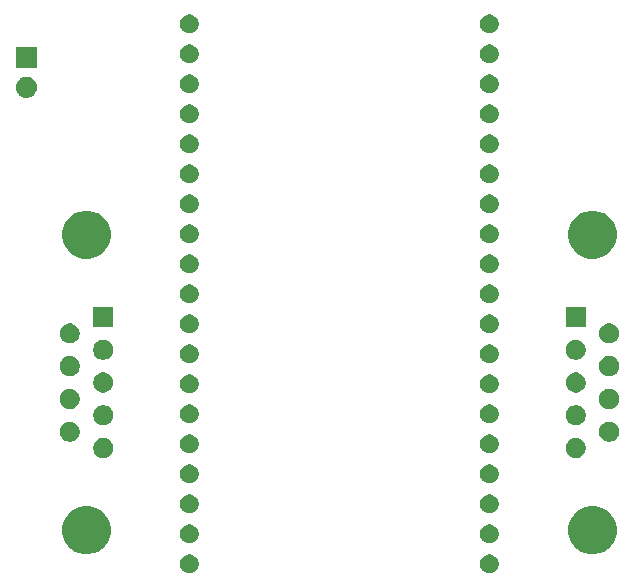
<source format=gbr>
G04 #@! TF.GenerationSoftware,KiCad,Pcbnew,5.0.2-bee76a0~70~ubuntu18.04.1*
G04 #@! TF.CreationDate,2020-08-17T12:22:27+12:00*
G04 #@! TF.ProjectId,Wireless232,57697265-6c65-4737-9332-33322e6b6963,rev?*
G04 #@! TF.SameCoordinates,Original*
G04 #@! TF.FileFunction,Soldermask,Top*
G04 #@! TF.FilePolarity,Negative*
%FSLAX46Y46*%
G04 Gerber Fmt 4.6, Leading zero omitted, Abs format (unit mm)*
G04 Created by KiCad (PCBNEW 5.0.2-bee76a0~70~ubuntu18.04.1) date Mon 17 Aug 2020 12:22:27 NZST*
%MOMM*%
%LPD*%
G01*
G04 APERTURE LIST*
%ADD10C,0.100000*%
G04 APERTURE END LIST*
D10*
G36*
X137933643Y-108129781D02*
X138079415Y-108190162D01*
X138210611Y-108277824D01*
X138322176Y-108389389D01*
X138409838Y-108520585D01*
X138470219Y-108666357D01*
X138501000Y-108821107D01*
X138501000Y-108978893D01*
X138470219Y-109133643D01*
X138409838Y-109279415D01*
X138322176Y-109410611D01*
X138210611Y-109522176D01*
X138079415Y-109609838D01*
X137933643Y-109670219D01*
X137778893Y-109701000D01*
X137621107Y-109701000D01*
X137466357Y-109670219D01*
X137320585Y-109609838D01*
X137189389Y-109522176D01*
X137077824Y-109410611D01*
X136990162Y-109279415D01*
X136929781Y-109133643D01*
X136899000Y-108978893D01*
X136899000Y-108821107D01*
X136929781Y-108666357D01*
X136990162Y-108520585D01*
X137077824Y-108389389D01*
X137189389Y-108277824D01*
X137320585Y-108190162D01*
X137466357Y-108129781D01*
X137621107Y-108099000D01*
X137778893Y-108099000D01*
X137933643Y-108129781D01*
X137933643Y-108129781D01*
G37*
G36*
X112533643Y-108129781D02*
X112679415Y-108190162D01*
X112810611Y-108277824D01*
X112922176Y-108389389D01*
X113009838Y-108520585D01*
X113070219Y-108666357D01*
X113101000Y-108821107D01*
X113101000Y-108978893D01*
X113070219Y-109133643D01*
X113009838Y-109279415D01*
X112922176Y-109410611D01*
X112810611Y-109522176D01*
X112679415Y-109609838D01*
X112533643Y-109670219D01*
X112378893Y-109701000D01*
X112221107Y-109701000D01*
X112066357Y-109670219D01*
X111920585Y-109609838D01*
X111789389Y-109522176D01*
X111677824Y-109410611D01*
X111590162Y-109279415D01*
X111529781Y-109133643D01*
X111499000Y-108978893D01*
X111499000Y-108821107D01*
X111529781Y-108666357D01*
X111590162Y-108520585D01*
X111677824Y-108389389D01*
X111789389Y-108277824D01*
X111920585Y-108190162D01*
X112066357Y-108129781D01*
X112221107Y-108099000D01*
X112378893Y-108099000D01*
X112533643Y-108129781D01*
X112533643Y-108129781D01*
G37*
G36*
X147018252Y-104067818D02*
X147018254Y-104067819D01*
X147018255Y-104067819D01*
X147391513Y-104222427D01*
X147391514Y-104222428D01*
X147727439Y-104446886D01*
X148013114Y-104732561D01*
X148013116Y-104732564D01*
X148237573Y-105068487D01*
X148392181Y-105441745D01*
X148392182Y-105441748D01*
X148471000Y-105837993D01*
X148471000Y-106242007D01*
X148463223Y-106281107D01*
X148392181Y-106638255D01*
X148237573Y-107011513D01*
X148158256Y-107130219D01*
X148013114Y-107347439D01*
X147727439Y-107633114D01*
X147727436Y-107633116D01*
X147391513Y-107857573D01*
X147018255Y-108012181D01*
X147018254Y-108012181D01*
X147018252Y-108012182D01*
X146622007Y-108091000D01*
X146217993Y-108091000D01*
X145821748Y-108012182D01*
X145821746Y-108012181D01*
X145821745Y-108012181D01*
X145448487Y-107857573D01*
X145112564Y-107633116D01*
X145112561Y-107633114D01*
X144826886Y-107347439D01*
X144681744Y-107130219D01*
X144602427Y-107011513D01*
X144447819Y-106638255D01*
X144376778Y-106281107D01*
X144369000Y-106242007D01*
X144369000Y-105837993D01*
X144447818Y-105441748D01*
X144447819Y-105441745D01*
X144602427Y-105068487D01*
X144826884Y-104732564D01*
X144826886Y-104732561D01*
X145112561Y-104446886D01*
X145448486Y-104222428D01*
X145448487Y-104222427D01*
X145821745Y-104067819D01*
X145821746Y-104067819D01*
X145821748Y-104067818D01*
X146217993Y-103989000D01*
X146622007Y-103989000D01*
X147018252Y-104067818D01*
X147018252Y-104067818D01*
G37*
G36*
X104178252Y-104067818D02*
X104178254Y-104067819D01*
X104178255Y-104067819D01*
X104551513Y-104222427D01*
X104551514Y-104222428D01*
X104887439Y-104446886D01*
X105173114Y-104732561D01*
X105173116Y-104732564D01*
X105397573Y-105068487D01*
X105552181Y-105441745D01*
X105552182Y-105441748D01*
X105631000Y-105837993D01*
X105631000Y-106242007D01*
X105623223Y-106281107D01*
X105552181Y-106638255D01*
X105397573Y-107011513D01*
X105318256Y-107130219D01*
X105173114Y-107347439D01*
X104887439Y-107633114D01*
X104887436Y-107633116D01*
X104551513Y-107857573D01*
X104178255Y-108012181D01*
X104178254Y-108012181D01*
X104178252Y-108012182D01*
X103782007Y-108091000D01*
X103377993Y-108091000D01*
X102981748Y-108012182D01*
X102981746Y-108012181D01*
X102981745Y-108012181D01*
X102608487Y-107857573D01*
X102272564Y-107633116D01*
X102272561Y-107633114D01*
X101986886Y-107347439D01*
X101841744Y-107130219D01*
X101762427Y-107011513D01*
X101607819Y-106638255D01*
X101536778Y-106281107D01*
X101529000Y-106242007D01*
X101529000Y-105837993D01*
X101607818Y-105441748D01*
X101607819Y-105441745D01*
X101762427Y-105068487D01*
X101986884Y-104732564D01*
X101986886Y-104732561D01*
X102272561Y-104446886D01*
X102608486Y-104222428D01*
X102608487Y-104222427D01*
X102981745Y-104067819D01*
X102981746Y-104067819D01*
X102981748Y-104067818D01*
X103377993Y-103989000D01*
X103782007Y-103989000D01*
X104178252Y-104067818D01*
X104178252Y-104067818D01*
G37*
G36*
X112533643Y-105589781D02*
X112679415Y-105650162D01*
X112810611Y-105737824D01*
X112922176Y-105849389D01*
X113009838Y-105980585D01*
X113070219Y-106126357D01*
X113101000Y-106281107D01*
X113101000Y-106438893D01*
X113070219Y-106593643D01*
X113009838Y-106739415D01*
X112922176Y-106870611D01*
X112810611Y-106982176D01*
X112679415Y-107069838D01*
X112533643Y-107130219D01*
X112378893Y-107161000D01*
X112221107Y-107161000D01*
X112066357Y-107130219D01*
X111920585Y-107069838D01*
X111789389Y-106982176D01*
X111677824Y-106870611D01*
X111590162Y-106739415D01*
X111529781Y-106593643D01*
X111499000Y-106438893D01*
X111499000Y-106281107D01*
X111529781Y-106126357D01*
X111590162Y-105980585D01*
X111677824Y-105849389D01*
X111789389Y-105737824D01*
X111920585Y-105650162D01*
X112066357Y-105589781D01*
X112221107Y-105559000D01*
X112378893Y-105559000D01*
X112533643Y-105589781D01*
X112533643Y-105589781D01*
G37*
G36*
X137933643Y-105589781D02*
X138079415Y-105650162D01*
X138210611Y-105737824D01*
X138322176Y-105849389D01*
X138409838Y-105980585D01*
X138470219Y-106126357D01*
X138501000Y-106281107D01*
X138501000Y-106438893D01*
X138470219Y-106593643D01*
X138409838Y-106739415D01*
X138322176Y-106870611D01*
X138210611Y-106982176D01*
X138079415Y-107069838D01*
X137933643Y-107130219D01*
X137778893Y-107161000D01*
X137621107Y-107161000D01*
X137466357Y-107130219D01*
X137320585Y-107069838D01*
X137189389Y-106982176D01*
X137077824Y-106870611D01*
X136990162Y-106739415D01*
X136929781Y-106593643D01*
X136899000Y-106438893D01*
X136899000Y-106281107D01*
X136929781Y-106126357D01*
X136990162Y-105980585D01*
X137077824Y-105849389D01*
X137189389Y-105737824D01*
X137320585Y-105650162D01*
X137466357Y-105589781D01*
X137621107Y-105559000D01*
X137778893Y-105559000D01*
X137933643Y-105589781D01*
X137933643Y-105589781D01*
G37*
G36*
X137933643Y-103049781D02*
X138079415Y-103110162D01*
X138210611Y-103197824D01*
X138322176Y-103309389D01*
X138409838Y-103440585D01*
X138470219Y-103586357D01*
X138501000Y-103741107D01*
X138501000Y-103898893D01*
X138470219Y-104053643D01*
X138409838Y-104199415D01*
X138322176Y-104330611D01*
X138210611Y-104442176D01*
X138079415Y-104529838D01*
X137933643Y-104590219D01*
X137778893Y-104621000D01*
X137621107Y-104621000D01*
X137466357Y-104590219D01*
X137320585Y-104529838D01*
X137189389Y-104442176D01*
X137077824Y-104330611D01*
X136990162Y-104199415D01*
X136929781Y-104053643D01*
X136899000Y-103898893D01*
X136899000Y-103741107D01*
X136929781Y-103586357D01*
X136990162Y-103440585D01*
X137077824Y-103309389D01*
X137189389Y-103197824D01*
X137320585Y-103110162D01*
X137466357Y-103049781D01*
X137621107Y-103019000D01*
X137778893Y-103019000D01*
X137933643Y-103049781D01*
X137933643Y-103049781D01*
G37*
G36*
X112533643Y-103049781D02*
X112679415Y-103110162D01*
X112810611Y-103197824D01*
X112922176Y-103309389D01*
X113009838Y-103440585D01*
X113070219Y-103586357D01*
X113101000Y-103741107D01*
X113101000Y-103898893D01*
X113070219Y-104053643D01*
X113009838Y-104199415D01*
X112922176Y-104330611D01*
X112810611Y-104442176D01*
X112679415Y-104529838D01*
X112533643Y-104590219D01*
X112378893Y-104621000D01*
X112221107Y-104621000D01*
X112066357Y-104590219D01*
X111920585Y-104529838D01*
X111789389Y-104442176D01*
X111677824Y-104330611D01*
X111590162Y-104199415D01*
X111529781Y-104053643D01*
X111499000Y-103898893D01*
X111499000Y-103741107D01*
X111529781Y-103586357D01*
X111590162Y-103440585D01*
X111677824Y-103309389D01*
X111789389Y-103197824D01*
X111920585Y-103110162D01*
X112066357Y-103049781D01*
X112221107Y-103019000D01*
X112378893Y-103019000D01*
X112533643Y-103049781D01*
X112533643Y-103049781D01*
G37*
G36*
X112533643Y-100509781D02*
X112679415Y-100570162D01*
X112810611Y-100657824D01*
X112922176Y-100769389D01*
X113009838Y-100900585D01*
X113070219Y-101046357D01*
X113101000Y-101201107D01*
X113101000Y-101358893D01*
X113070219Y-101513643D01*
X113009838Y-101659415D01*
X112922176Y-101790611D01*
X112810611Y-101902176D01*
X112679415Y-101989838D01*
X112533643Y-102050219D01*
X112378893Y-102081000D01*
X112221107Y-102081000D01*
X112066357Y-102050219D01*
X111920585Y-101989838D01*
X111789389Y-101902176D01*
X111677824Y-101790611D01*
X111590162Y-101659415D01*
X111529781Y-101513643D01*
X111499000Y-101358893D01*
X111499000Y-101201107D01*
X111529781Y-101046357D01*
X111590162Y-100900585D01*
X111677824Y-100769389D01*
X111789389Y-100657824D01*
X111920585Y-100570162D01*
X112066357Y-100509781D01*
X112221107Y-100479000D01*
X112378893Y-100479000D01*
X112533643Y-100509781D01*
X112533643Y-100509781D01*
G37*
G36*
X137933643Y-100509781D02*
X138079415Y-100570162D01*
X138210611Y-100657824D01*
X138322176Y-100769389D01*
X138409838Y-100900585D01*
X138470219Y-101046357D01*
X138501000Y-101201107D01*
X138501000Y-101358893D01*
X138470219Y-101513643D01*
X138409838Y-101659415D01*
X138322176Y-101790611D01*
X138210611Y-101902176D01*
X138079415Y-101989838D01*
X137933643Y-102050219D01*
X137778893Y-102081000D01*
X137621107Y-102081000D01*
X137466357Y-102050219D01*
X137320585Y-101989838D01*
X137189389Y-101902176D01*
X137077824Y-101790611D01*
X136990162Y-101659415D01*
X136929781Y-101513643D01*
X136899000Y-101358893D01*
X136899000Y-101201107D01*
X136929781Y-101046357D01*
X136990162Y-100900585D01*
X137077824Y-100769389D01*
X137189389Y-100657824D01*
X137320585Y-100570162D01*
X137466357Y-100509781D01*
X137621107Y-100479000D01*
X137778893Y-100479000D01*
X137933643Y-100509781D01*
X137933643Y-100509781D01*
G37*
G36*
X105248228Y-98261703D02*
X105403100Y-98325853D01*
X105542481Y-98418985D01*
X105661015Y-98537519D01*
X105754147Y-98676900D01*
X105818297Y-98831772D01*
X105851000Y-98996184D01*
X105851000Y-99163816D01*
X105818297Y-99328228D01*
X105754147Y-99483100D01*
X105661015Y-99622481D01*
X105542481Y-99741015D01*
X105403100Y-99834147D01*
X105248228Y-99898297D01*
X105083816Y-99931000D01*
X104916184Y-99931000D01*
X104751772Y-99898297D01*
X104596900Y-99834147D01*
X104457519Y-99741015D01*
X104338985Y-99622481D01*
X104245853Y-99483100D01*
X104181703Y-99328228D01*
X104149000Y-99163816D01*
X104149000Y-98996184D01*
X104181703Y-98831772D01*
X104245853Y-98676900D01*
X104338985Y-98537519D01*
X104457519Y-98418985D01*
X104596900Y-98325853D01*
X104751772Y-98261703D01*
X104916184Y-98229000D01*
X105083816Y-98229000D01*
X105248228Y-98261703D01*
X105248228Y-98261703D01*
G37*
G36*
X145248228Y-98261703D02*
X145403100Y-98325853D01*
X145542481Y-98418985D01*
X145661015Y-98537519D01*
X145754147Y-98676900D01*
X145818297Y-98831772D01*
X145851000Y-98996184D01*
X145851000Y-99163816D01*
X145818297Y-99328228D01*
X145754147Y-99483100D01*
X145661015Y-99622481D01*
X145542481Y-99741015D01*
X145403100Y-99834147D01*
X145248228Y-99898297D01*
X145083816Y-99931000D01*
X144916184Y-99931000D01*
X144751772Y-99898297D01*
X144596900Y-99834147D01*
X144457519Y-99741015D01*
X144338985Y-99622481D01*
X144245853Y-99483100D01*
X144181703Y-99328228D01*
X144149000Y-99163816D01*
X144149000Y-98996184D01*
X144181703Y-98831772D01*
X144245853Y-98676900D01*
X144338985Y-98537519D01*
X144457519Y-98418985D01*
X144596900Y-98325853D01*
X144751772Y-98261703D01*
X144916184Y-98229000D01*
X145083816Y-98229000D01*
X145248228Y-98261703D01*
X145248228Y-98261703D01*
G37*
G36*
X112533643Y-97969781D02*
X112679415Y-98030162D01*
X112810611Y-98117824D01*
X112922176Y-98229389D01*
X113009838Y-98360585D01*
X113070219Y-98506357D01*
X113101000Y-98661107D01*
X113101000Y-98818893D01*
X113070219Y-98973643D01*
X113009838Y-99119415D01*
X112922176Y-99250611D01*
X112810611Y-99362176D01*
X112679415Y-99449838D01*
X112533643Y-99510219D01*
X112378893Y-99541000D01*
X112221107Y-99541000D01*
X112066357Y-99510219D01*
X111920585Y-99449838D01*
X111789389Y-99362176D01*
X111677824Y-99250611D01*
X111590162Y-99119415D01*
X111529781Y-98973643D01*
X111499000Y-98818893D01*
X111499000Y-98661107D01*
X111529781Y-98506357D01*
X111590162Y-98360585D01*
X111677824Y-98229389D01*
X111789389Y-98117824D01*
X111920585Y-98030162D01*
X112066357Y-97969781D01*
X112221107Y-97939000D01*
X112378893Y-97939000D01*
X112533643Y-97969781D01*
X112533643Y-97969781D01*
G37*
G36*
X137933643Y-97969781D02*
X138079415Y-98030162D01*
X138210611Y-98117824D01*
X138322176Y-98229389D01*
X138409838Y-98360585D01*
X138470219Y-98506357D01*
X138501000Y-98661107D01*
X138501000Y-98818893D01*
X138470219Y-98973643D01*
X138409838Y-99119415D01*
X138322176Y-99250611D01*
X138210611Y-99362176D01*
X138079415Y-99449838D01*
X137933643Y-99510219D01*
X137778893Y-99541000D01*
X137621107Y-99541000D01*
X137466357Y-99510219D01*
X137320585Y-99449838D01*
X137189389Y-99362176D01*
X137077824Y-99250611D01*
X136990162Y-99119415D01*
X136929781Y-98973643D01*
X136899000Y-98818893D01*
X136899000Y-98661107D01*
X136929781Y-98506357D01*
X136990162Y-98360585D01*
X137077824Y-98229389D01*
X137189389Y-98117824D01*
X137320585Y-98030162D01*
X137466357Y-97969781D01*
X137621107Y-97939000D01*
X137778893Y-97939000D01*
X137933643Y-97969781D01*
X137933643Y-97969781D01*
G37*
G36*
X102408228Y-96876703D02*
X102563100Y-96940853D01*
X102702481Y-97033985D01*
X102821015Y-97152519D01*
X102914147Y-97291900D01*
X102978297Y-97446772D01*
X103011000Y-97611184D01*
X103011000Y-97778816D01*
X102978297Y-97943228D01*
X102914147Y-98098100D01*
X102821015Y-98237481D01*
X102702481Y-98356015D01*
X102563100Y-98449147D01*
X102408228Y-98513297D01*
X102243816Y-98546000D01*
X102076184Y-98546000D01*
X101911772Y-98513297D01*
X101756900Y-98449147D01*
X101617519Y-98356015D01*
X101498985Y-98237481D01*
X101405853Y-98098100D01*
X101341703Y-97943228D01*
X101309000Y-97778816D01*
X101309000Y-97611184D01*
X101341703Y-97446772D01*
X101405853Y-97291900D01*
X101498985Y-97152519D01*
X101617519Y-97033985D01*
X101756900Y-96940853D01*
X101911772Y-96876703D01*
X102076184Y-96844000D01*
X102243816Y-96844000D01*
X102408228Y-96876703D01*
X102408228Y-96876703D01*
G37*
G36*
X148088228Y-96876703D02*
X148243100Y-96940853D01*
X148382481Y-97033985D01*
X148501015Y-97152519D01*
X148594147Y-97291900D01*
X148658297Y-97446772D01*
X148691000Y-97611184D01*
X148691000Y-97778816D01*
X148658297Y-97943228D01*
X148594147Y-98098100D01*
X148501015Y-98237481D01*
X148382481Y-98356015D01*
X148243100Y-98449147D01*
X148088228Y-98513297D01*
X147923816Y-98546000D01*
X147756184Y-98546000D01*
X147591772Y-98513297D01*
X147436900Y-98449147D01*
X147297519Y-98356015D01*
X147178985Y-98237481D01*
X147085853Y-98098100D01*
X147021703Y-97943228D01*
X146989000Y-97778816D01*
X146989000Y-97611184D01*
X147021703Y-97446772D01*
X147085853Y-97291900D01*
X147178985Y-97152519D01*
X147297519Y-97033985D01*
X147436900Y-96940853D01*
X147591772Y-96876703D01*
X147756184Y-96844000D01*
X147923816Y-96844000D01*
X148088228Y-96876703D01*
X148088228Y-96876703D01*
G37*
G36*
X105248228Y-95491703D02*
X105403100Y-95555853D01*
X105542481Y-95648985D01*
X105661015Y-95767519D01*
X105754147Y-95906900D01*
X105818297Y-96061772D01*
X105851000Y-96226184D01*
X105851000Y-96393816D01*
X105818297Y-96558228D01*
X105754147Y-96713100D01*
X105661015Y-96852481D01*
X105542481Y-96971015D01*
X105403100Y-97064147D01*
X105248228Y-97128297D01*
X105083816Y-97161000D01*
X104916184Y-97161000D01*
X104751772Y-97128297D01*
X104596900Y-97064147D01*
X104457519Y-96971015D01*
X104338985Y-96852481D01*
X104245853Y-96713100D01*
X104181703Y-96558228D01*
X104149000Y-96393816D01*
X104149000Y-96226184D01*
X104181703Y-96061772D01*
X104245853Y-95906900D01*
X104338985Y-95767519D01*
X104457519Y-95648985D01*
X104596900Y-95555853D01*
X104751772Y-95491703D01*
X104916184Y-95459000D01*
X105083816Y-95459000D01*
X105248228Y-95491703D01*
X105248228Y-95491703D01*
G37*
G36*
X145248228Y-95491703D02*
X145403100Y-95555853D01*
X145542481Y-95648985D01*
X145661015Y-95767519D01*
X145754147Y-95906900D01*
X145818297Y-96061772D01*
X145851000Y-96226184D01*
X145851000Y-96393816D01*
X145818297Y-96558228D01*
X145754147Y-96713100D01*
X145661015Y-96852481D01*
X145542481Y-96971015D01*
X145403100Y-97064147D01*
X145248228Y-97128297D01*
X145083816Y-97161000D01*
X144916184Y-97161000D01*
X144751772Y-97128297D01*
X144596900Y-97064147D01*
X144457519Y-96971015D01*
X144338985Y-96852481D01*
X144245853Y-96713100D01*
X144181703Y-96558228D01*
X144149000Y-96393816D01*
X144149000Y-96226184D01*
X144181703Y-96061772D01*
X144245853Y-95906900D01*
X144338985Y-95767519D01*
X144457519Y-95648985D01*
X144596900Y-95555853D01*
X144751772Y-95491703D01*
X144916184Y-95459000D01*
X145083816Y-95459000D01*
X145248228Y-95491703D01*
X145248228Y-95491703D01*
G37*
G36*
X112533643Y-95429781D02*
X112679415Y-95490162D01*
X112810611Y-95577824D01*
X112922176Y-95689389D01*
X113009838Y-95820585D01*
X113070219Y-95966357D01*
X113101000Y-96121107D01*
X113101000Y-96278893D01*
X113070219Y-96433643D01*
X113009838Y-96579415D01*
X112922176Y-96710611D01*
X112810611Y-96822176D01*
X112679415Y-96909838D01*
X112533643Y-96970219D01*
X112378893Y-97001000D01*
X112221107Y-97001000D01*
X112066357Y-96970219D01*
X111920585Y-96909838D01*
X111789389Y-96822176D01*
X111677824Y-96710611D01*
X111590162Y-96579415D01*
X111529781Y-96433643D01*
X111499000Y-96278893D01*
X111499000Y-96121107D01*
X111529781Y-95966357D01*
X111590162Y-95820585D01*
X111677824Y-95689389D01*
X111789389Y-95577824D01*
X111920585Y-95490162D01*
X112066357Y-95429781D01*
X112221107Y-95399000D01*
X112378893Y-95399000D01*
X112533643Y-95429781D01*
X112533643Y-95429781D01*
G37*
G36*
X137933643Y-95429781D02*
X138079415Y-95490162D01*
X138210611Y-95577824D01*
X138322176Y-95689389D01*
X138409838Y-95820585D01*
X138470219Y-95966357D01*
X138501000Y-96121107D01*
X138501000Y-96278893D01*
X138470219Y-96433643D01*
X138409838Y-96579415D01*
X138322176Y-96710611D01*
X138210611Y-96822176D01*
X138079415Y-96909838D01*
X137933643Y-96970219D01*
X137778893Y-97001000D01*
X137621107Y-97001000D01*
X137466357Y-96970219D01*
X137320585Y-96909838D01*
X137189389Y-96822176D01*
X137077824Y-96710611D01*
X136990162Y-96579415D01*
X136929781Y-96433643D01*
X136899000Y-96278893D01*
X136899000Y-96121107D01*
X136929781Y-95966357D01*
X136990162Y-95820585D01*
X137077824Y-95689389D01*
X137189389Y-95577824D01*
X137320585Y-95490162D01*
X137466357Y-95429781D01*
X137621107Y-95399000D01*
X137778893Y-95399000D01*
X137933643Y-95429781D01*
X137933643Y-95429781D01*
G37*
G36*
X102408228Y-94106703D02*
X102563100Y-94170853D01*
X102702481Y-94263985D01*
X102821015Y-94382519D01*
X102914147Y-94521900D01*
X102978297Y-94676772D01*
X103011000Y-94841184D01*
X103011000Y-95008816D01*
X102978297Y-95173228D01*
X102914147Y-95328100D01*
X102821015Y-95467481D01*
X102702481Y-95586015D01*
X102563100Y-95679147D01*
X102408228Y-95743297D01*
X102243816Y-95776000D01*
X102076184Y-95776000D01*
X101911772Y-95743297D01*
X101756900Y-95679147D01*
X101617519Y-95586015D01*
X101498985Y-95467481D01*
X101405853Y-95328100D01*
X101341703Y-95173228D01*
X101309000Y-95008816D01*
X101309000Y-94841184D01*
X101341703Y-94676772D01*
X101405853Y-94521900D01*
X101498985Y-94382519D01*
X101617519Y-94263985D01*
X101756900Y-94170853D01*
X101911772Y-94106703D01*
X102076184Y-94074000D01*
X102243816Y-94074000D01*
X102408228Y-94106703D01*
X102408228Y-94106703D01*
G37*
G36*
X148088228Y-94106703D02*
X148243100Y-94170853D01*
X148382481Y-94263985D01*
X148501015Y-94382519D01*
X148594147Y-94521900D01*
X148658297Y-94676772D01*
X148691000Y-94841184D01*
X148691000Y-95008816D01*
X148658297Y-95173228D01*
X148594147Y-95328100D01*
X148501015Y-95467481D01*
X148382481Y-95586015D01*
X148243100Y-95679147D01*
X148088228Y-95743297D01*
X147923816Y-95776000D01*
X147756184Y-95776000D01*
X147591772Y-95743297D01*
X147436900Y-95679147D01*
X147297519Y-95586015D01*
X147178985Y-95467481D01*
X147085853Y-95328100D01*
X147021703Y-95173228D01*
X146989000Y-95008816D01*
X146989000Y-94841184D01*
X147021703Y-94676772D01*
X147085853Y-94521900D01*
X147178985Y-94382519D01*
X147297519Y-94263985D01*
X147436900Y-94170853D01*
X147591772Y-94106703D01*
X147756184Y-94074000D01*
X147923816Y-94074000D01*
X148088228Y-94106703D01*
X148088228Y-94106703D01*
G37*
G36*
X137933643Y-92889781D02*
X138079415Y-92950162D01*
X138210611Y-93037824D01*
X138322176Y-93149389D01*
X138409838Y-93280585D01*
X138470219Y-93426357D01*
X138501000Y-93581107D01*
X138501000Y-93738893D01*
X138470219Y-93893643D01*
X138409838Y-94039415D01*
X138322176Y-94170611D01*
X138210611Y-94282176D01*
X138079415Y-94369838D01*
X137933643Y-94430219D01*
X137778893Y-94461000D01*
X137621107Y-94461000D01*
X137466357Y-94430219D01*
X137320585Y-94369838D01*
X137189389Y-94282176D01*
X137077824Y-94170611D01*
X136990162Y-94039415D01*
X136929781Y-93893643D01*
X136899000Y-93738893D01*
X136899000Y-93581107D01*
X136929781Y-93426357D01*
X136990162Y-93280585D01*
X137077824Y-93149389D01*
X137189389Y-93037824D01*
X137320585Y-92950162D01*
X137466357Y-92889781D01*
X137621107Y-92859000D01*
X137778893Y-92859000D01*
X137933643Y-92889781D01*
X137933643Y-92889781D01*
G37*
G36*
X112533643Y-92889781D02*
X112679415Y-92950162D01*
X112810611Y-93037824D01*
X112922176Y-93149389D01*
X113009838Y-93280585D01*
X113070219Y-93426357D01*
X113101000Y-93581107D01*
X113101000Y-93738893D01*
X113070219Y-93893643D01*
X113009838Y-94039415D01*
X112922176Y-94170611D01*
X112810611Y-94282176D01*
X112679415Y-94369838D01*
X112533643Y-94430219D01*
X112378893Y-94461000D01*
X112221107Y-94461000D01*
X112066357Y-94430219D01*
X111920585Y-94369838D01*
X111789389Y-94282176D01*
X111677824Y-94170611D01*
X111590162Y-94039415D01*
X111529781Y-93893643D01*
X111499000Y-93738893D01*
X111499000Y-93581107D01*
X111529781Y-93426357D01*
X111590162Y-93280585D01*
X111677824Y-93149389D01*
X111789389Y-93037824D01*
X111920585Y-92950162D01*
X112066357Y-92889781D01*
X112221107Y-92859000D01*
X112378893Y-92859000D01*
X112533643Y-92889781D01*
X112533643Y-92889781D01*
G37*
G36*
X145248228Y-92721703D02*
X145403100Y-92785853D01*
X145542481Y-92878985D01*
X145661015Y-92997519D01*
X145754147Y-93136900D01*
X145818297Y-93291772D01*
X145851000Y-93456184D01*
X145851000Y-93623816D01*
X145818297Y-93788228D01*
X145754147Y-93943100D01*
X145661015Y-94082481D01*
X145542481Y-94201015D01*
X145403100Y-94294147D01*
X145248228Y-94358297D01*
X145083816Y-94391000D01*
X144916184Y-94391000D01*
X144751772Y-94358297D01*
X144596900Y-94294147D01*
X144457519Y-94201015D01*
X144338985Y-94082481D01*
X144245853Y-93943100D01*
X144181703Y-93788228D01*
X144149000Y-93623816D01*
X144149000Y-93456184D01*
X144181703Y-93291772D01*
X144245853Y-93136900D01*
X144338985Y-92997519D01*
X144457519Y-92878985D01*
X144596900Y-92785853D01*
X144751772Y-92721703D01*
X144916184Y-92689000D01*
X145083816Y-92689000D01*
X145248228Y-92721703D01*
X145248228Y-92721703D01*
G37*
G36*
X105248228Y-92721703D02*
X105403100Y-92785853D01*
X105542481Y-92878985D01*
X105661015Y-92997519D01*
X105754147Y-93136900D01*
X105818297Y-93291772D01*
X105851000Y-93456184D01*
X105851000Y-93623816D01*
X105818297Y-93788228D01*
X105754147Y-93943100D01*
X105661015Y-94082481D01*
X105542481Y-94201015D01*
X105403100Y-94294147D01*
X105248228Y-94358297D01*
X105083816Y-94391000D01*
X104916184Y-94391000D01*
X104751772Y-94358297D01*
X104596900Y-94294147D01*
X104457519Y-94201015D01*
X104338985Y-94082481D01*
X104245853Y-93943100D01*
X104181703Y-93788228D01*
X104149000Y-93623816D01*
X104149000Y-93456184D01*
X104181703Y-93291772D01*
X104245853Y-93136900D01*
X104338985Y-92997519D01*
X104457519Y-92878985D01*
X104596900Y-92785853D01*
X104751772Y-92721703D01*
X104916184Y-92689000D01*
X105083816Y-92689000D01*
X105248228Y-92721703D01*
X105248228Y-92721703D01*
G37*
G36*
X102408228Y-91336703D02*
X102563100Y-91400853D01*
X102702481Y-91493985D01*
X102821015Y-91612519D01*
X102914147Y-91751900D01*
X102978297Y-91906772D01*
X103011000Y-92071184D01*
X103011000Y-92238816D01*
X102978297Y-92403228D01*
X102914147Y-92558100D01*
X102821015Y-92697481D01*
X102702481Y-92816015D01*
X102563100Y-92909147D01*
X102408228Y-92973297D01*
X102243816Y-93006000D01*
X102076184Y-93006000D01*
X101911772Y-92973297D01*
X101756900Y-92909147D01*
X101617519Y-92816015D01*
X101498985Y-92697481D01*
X101405853Y-92558100D01*
X101341703Y-92403228D01*
X101309000Y-92238816D01*
X101309000Y-92071184D01*
X101341703Y-91906772D01*
X101405853Y-91751900D01*
X101498985Y-91612519D01*
X101617519Y-91493985D01*
X101756900Y-91400853D01*
X101911772Y-91336703D01*
X102076184Y-91304000D01*
X102243816Y-91304000D01*
X102408228Y-91336703D01*
X102408228Y-91336703D01*
G37*
G36*
X148088228Y-91336703D02*
X148243100Y-91400853D01*
X148382481Y-91493985D01*
X148501015Y-91612519D01*
X148594147Y-91751900D01*
X148658297Y-91906772D01*
X148691000Y-92071184D01*
X148691000Y-92238816D01*
X148658297Y-92403228D01*
X148594147Y-92558100D01*
X148501015Y-92697481D01*
X148382481Y-92816015D01*
X148243100Y-92909147D01*
X148088228Y-92973297D01*
X147923816Y-93006000D01*
X147756184Y-93006000D01*
X147591772Y-92973297D01*
X147436900Y-92909147D01*
X147297519Y-92816015D01*
X147178985Y-92697481D01*
X147085853Y-92558100D01*
X147021703Y-92403228D01*
X146989000Y-92238816D01*
X146989000Y-92071184D01*
X147021703Y-91906772D01*
X147085853Y-91751900D01*
X147178985Y-91612519D01*
X147297519Y-91493985D01*
X147436900Y-91400853D01*
X147591772Y-91336703D01*
X147756184Y-91304000D01*
X147923816Y-91304000D01*
X148088228Y-91336703D01*
X148088228Y-91336703D01*
G37*
G36*
X112533643Y-90349781D02*
X112679415Y-90410162D01*
X112810611Y-90497824D01*
X112922176Y-90609389D01*
X113009838Y-90740585D01*
X113070219Y-90886357D01*
X113101000Y-91041107D01*
X113101000Y-91198893D01*
X113070219Y-91353643D01*
X113009838Y-91499415D01*
X112922176Y-91630611D01*
X112810611Y-91742176D01*
X112679415Y-91829838D01*
X112533643Y-91890219D01*
X112378893Y-91921000D01*
X112221107Y-91921000D01*
X112066357Y-91890219D01*
X111920585Y-91829838D01*
X111789389Y-91742176D01*
X111677824Y-91630611D01*
X111590162Y-91499415D01*
X111529781Y-91353643D01*
X111499000Y-91198893D01*
X111499000Y-91041107D01*
X111529781Y-90886357D01*
X111590162Y-90740585D01*
X111677824Y-90609389D01*
X111789389Y-90497824D01*
X111920585Y-90410162D01*
X112066357Y-90349781D01*
X112221107Y-90319000D01*
X112378893Y-90319000D01*
X112533643Y-90349781D01*
X112533643Y-90349781D01*
G37*
G36*
X137933643Y-90349781D02*
X138079415Y-90410162D01*
X138210611Y-90497824D01*
X138322176Y-90609389D01*
X138409838Y-90740585D01*
X138470219Y-90886357D01*
X138501000Y-91041107D01*
X138501000Y-91198893D01*
X138470219Y-91353643D01*
X138409838Y-91499415D01*
X138322176Y-91630611D01*
X138210611Y-91742176D01*
X138079415Y-91829838D01*
X137933643Y-91890219D01*
X137778893Y-91921000D01*
X137621107Y-91921000D01*
X137466357Y-91890219D01*
X137320585Y-91829838D01*
X137189389Y-91742176D01*
X137077824Y-91630611D01*
X136990162Y-91499415D01*
X136929781Y-91353643D01*
X136899000Y-91198893D01*
X136899000Y-91041107D01*
X136929781Y-90886357D01*
X136990162Y-90740585D01*
X137077824Y-90609389D01*
X137189389Y-90497824D01*
X137320585Y-90410162D01*
X137466357Y-90349781D01*
X137621107Y-90319000D01*
X137778893Y-90319000D01*
X137933643Y-90349781D01*
X137933643Y-90349781D01*
G37*
G36*
X145248228Y-89951703D02*
X145403100Y-90015853D01*
X145542481Y-90108985D01*
X145661015Y-90227519D01*
X145754147Y-90366900D01*
X145818297Y-90521772D01*
X145851000Y-90686184D01*
X145851000Y-90853816D01*
X145818297Y-91018228D01*
X145754147Y-91173100D01*
X145661015Y-91312481D01*
X145542481Y-91431015D01*
X145403100Y-91524147D01*
X145248228Y-91588297D01*
X145083816Y-91621000D01*
X144916184Y-91621000D01*
X144751772Y-91588297D01*
X144596900Y-91524147D01*
X144457519Y-91431015D01*
X144338985Y-91312481D01*
X144245853Y-91173100D01*
X144181703Y-91018228D01*
X144149000Y-90853816D01*
X144149000Y-90686184D01*
X144181703Y-90521772D01*
X144245853Y-90366900D01*
X144338985Y-90227519D01*
X144457519Y-90108985D01*
X144596900Y-90015853D01*
X144751772Y-89951703D01*
X144916184Y-89919000D01*
X145083816Y-89919000D01*
X145248228Y-89951703D01*
X145248228Y-89951703D01*
G37*
G36*
X105248228Y-89951703D02*
X105403100Y-90015853D01*
X105542481Y-90108985D01*
X105661015Y-90227519D01*
X105754147Y-90366900D01*
X105818297Y-90521772D01*
X105851000Y-90686184D01*
X105851000Y-90853816D01*
X105818297Y-91018228D01*
X105754147Y-91173100D01*
X105661015Y-91312481D01*
X105542481Y-91431015D01*
X105403100Y-91524147D01*
X105248228Y-91588297D01*
X105083816Y-91621000D01*
X104916184Y-91621000D01*
X104751772Y-91588297D01*
X104596900Y-91524147D01*
X104457519Y-91431015D01*
X104338985Y-91312481D01*
X104245853Y-91173100D01*
X104181703Y-91018228D01*
X104149000Y-90853816D01*
X104149000Y-90686184D01*
X104181703Y-90521772D01*
X104245853Y-90366900D01*
X104338985Y-90227519D01*
X104457519Y-90108985D01*
X104596900Y-90015853D01*
X104751772Y-89951703D01*
X104916184Y-89919000D01*
X105083816Y-89919000D01*
X105248228Y-89951703D01*
X105248228Y-89951703D01*
G37*
G36*
X102408228Y-88566703D02*
X102563100Y-88630853D01*
X102702481Y-88723985D01*
X102821015Y-88842519D01*
X102914147Y-88981900D01*
X102978297Y-89136772D01*
X103011000Y-89301184D01*
X103011000Y-89468816D01*
X102978297Y-89633228D01*
X102914147Y-89788100D01*
X102821015Y-89927481D01*
X102702481Y-90046015D01*
X102563100Y-90139147D01*
X102408228Y-90203297D01*
X102243816Y-90236000D01*
X102076184Y-90236000D01*
X101911772Y-90203297D01*
X101756900Y-90139147D01*
X101617519Y-90046015D01*
X101498985Y-89927481D01*
X101405853Y-89788100D01*
X101341703Y-89633228D01*
X101309000Y-89468816D01*
X101309000Y-89301184D01*
X101341703Y-89136772D01*
X101405853Y-88981900D01*
X101498985Y-88842519D01*
X101617519Y-88723985D01*
X101756900Y-88630853D01*
X101911772Y-88566703D01*
X102076184Y-88534000D01*
X102243816Y-88534000D01*
X102408228Y-88566703D01*
X102408228Y-88566703D01*
G37*
G36*
X148088228Y-88566703D02*
X148243100Y-88630853D01*
X148382481Y-88723985D01*
X148501015Y-88842519D01*
X148594147Y-88981900D01*
X148658297Y-89136772D01*
X148691000Y-89301184D01*
X148691000Y-89468816D01*
X148658297Y-89633228D01*
X148594147Y-89788100D01*
X148501015Y-89927481D01*
X148382481Y-90046015D01*
X148243100Y-90139147D01*
X148088228Y-90203297D01*
X147923816Y-90236000D01*
X147756184Y-90236000D01*
X147591772Y-90203297D01*
X147436900Y-90139147D01*
X147297519Y-90046015D01*
X147178985Y-89927481D01*
X147085853Y-89788100D01*
X147021703Y-89633228D01*
X146989000Y-89468816D01*
X146989000Y-89301184D01*
X147021703Y-89136772D01*
X147085853Y-88981900D01*
X147178985Y-88842519D01*
X147297519Y-88723985D01*
X147436900Y-88630853D01*
X147591772Y-88566703D01*
X147756184Y-88534000D01*
X147923816Y-88534000D01*
X148088228Y-88566703D01*
X148088228Y-88566703D01*
G37*
G36*
X137933643Y-87809781D02*
X138079415Y-87870162D01*
X138210611Y-87957824D01*
X138322176Y-88069389D01*
X138409838Y-88200585D01*
X138470219Y-88346357D01*
X138501000Y-88501107D01*
X138501000Y-88658893D01*
X138470219Y-88813643D01*
X138409838Y-88959415D01*
X138322176Y-89090611D01*
X138210611Y-89202176D01*
X138079415Y-89289838D01*
X137933643Y-89350219D01*
X137778893Y-89381000D01*
X137621107Y-89381000D01*
X137466357Y-89350219D01*
X137320585Y-89289838D01*
X137189389Y-89202176D01*
X137077824Y-89090611D01*
X136990162Y-88959415D01*
X136929781Y-88813643D01*
X136899000Y-88658893D01*
X136899000Y-88501107D01*
X136929781Y-88346357D01*
X136990162Y-88200585D01*
X137077824Y-88069389D01*
X137189389Y-87957824D01*
X137320585Y-87870162D01*
X137466357Y-87809781D01*
X137621107Y-87779000D01*
X137778893Y-87779000D01*
X137933643Y-87809781D01*
X137933643Y-87809781D01*
G37*
G36*
X112533643Y-87809781D02*
X112679415Y-87870162D01*
X112810611Y-87957824D01*
X112922176Y-88069389D01*
X113009838Y-88200585D01*
X113070219Y-88346357D01*
X113101000Y-88501107D01*
X113101000Y-88658893D01*
X113070219Y-88813643D01*
X113009838Y-88959415D01*
X112922176Y-89090611D01*
X112810611Y-89202176D01*
X112679415Y-89289838D01*
X112533643Y-89350219D01*
X112378893Y-89381000D01*
X112221107Y-89381000D01*
X112066357Y-89350219D01*
X111920585Y-89289838D01*
X111789389Y-89202176D01*
X111677824Y-89090611D01*
X111590162Y-88959415D01*
X111529781Y-88813643D01*
X111499000Y-88658893D01*
X111499000Y-88501107D01*
X111529781Y-88346357D01*
X111590162Y-88200585D01*
X111677824Y-88069389D01*
X111789389Y-87957824D01*
X111920585Y-87870162D01*
X112066357Y-87809781D01*
X112221107Y-87779000D01*
X112378893Y-87779000D01*
X112533643Y-87809781D01*
X112533643Y-87809781D01*
G37*
G36*
X145851000Y-88851000D02*
X144149000Y-88851000D01*
X144149000Y-87149000D01*
X145851000Y-87149000D01*
X145851000Y-88851000D01*
X145851000Y-88851000D01*
G37*
G36*
X105851000Y-88851000D02*
X104149000Y-88851000D01*
X104149000Y-87149000D01*
X105851000Y-87149000D01*
X105851000Y-88851000D01*
X105851000Y-88851000D01*
G37*
G36*
X137933643Y-85269781D02*
X138079415Y-85330162D01*
X138210611Y-85417824D01*
X138322176Y-85529389D01*
X138409838Y-85660585D01*
X138470219Y-85806357D01*
X138501000Y-85961107D01*
X138501000Y-86118893D01*
X138470219Y-86273643D01*
X138409838Y-86419415D01*
X138322176Y-86550611D01*
X138210611Y-86662176D01*
X138079415Y-86749838D01*
X137933643Y-86810219D01*
X137778893Y-86841000D01*
X137621107Y-86841000D01*
X137466357Y-86810219D01*
X137320585Y-86749838D01*
X137189389Y-86662176D01*
X137077824Y-86550611D01*
X136990162Y-86419415D01*
X136929781Y-86273643D01*
X136899000Y-86118893D01*
X136899000Y-85961107D01*
X136929781Y-85806357D01*
X136990162Y-85660585D01*
X137077824Y-85529389D01*
X137189389Y-85417824D01*
X137320585Y-85330162D01*
X137466357Y-85269781D01*
X137621107Y-85239000D01*
X137778893Y-85239000D01*
X137933643Y-85269781D01*
X137933643Y-85269781D01*
G37*
G36*
X112533643Y-85269781D02*
X112679415Y-85330162D01*
X112810611Y-85417824D01*
X112922176Y-85529389D01*
X113009838Y-85660585D01*
X113070219Y-85806357D01*
X113101000Y-85961107D01*
X113101000Y-86118893D01*
X113070219Y-86273643D01*
X113009838Y-86419415D01*
X112922176Y-86550611D01*
X112810611Y-86662176D01*
X112679415Y-86749838D01*
X112533643Y-86810219D01*
X112378893Y-86841000D01*
X112221107Y-86841000D01*
X112066357Y-86810219D01*
X111920585Y-86749838D01*
X111789389Y-86662176D01*
X111677824Y-86550611D01*
X111590162Y-86419415D01*
X111529781Y-86273643D01*
X111499000Y-86118893D01*
X111499000Y-85961107D01*
X111529781Y-85806357D01*
X111590162Y-85660585D01*
X111677824Y-85529389D01*
X111789389Y-85417824D01*
X111920585Y-85330162D01*
X112066357Y-85269781D01*
X112221107Y-85239000D01*
X112378893Y-85239000D01*
X112533643Y-85269781D01*
X112533643Y-85269781D01*
G37*
G36*
X112533643Y-82729781D02*
X112679415Y-82790162D01*
X112810611Y-82877824D01*
X112922176Y-82989389D01*
X113009838Y-83120585D01*
X113070219Y-83266357D01*
X113101000Y-83421107D01*
X113101000Y-83578893D01*
X113070219Y-83733643D01*
X113009838Y-83879415D01*
X112922176Y-84010611D01*
X112810611Y-84122176D01*
X112679415Y-84209838D01*
X112533643Y-84270219D01*
X112378893Y-84301000D01*
X112221107Y-84301000D01*
X112066357Y-84270219D01*
X111920585Y-84209838D01*
X111789389Y-84122176D01*
X111677824Y-84010611D01*
X111590162Y-83879415D01*
X111529781Y-83733643D01*
X111499000Y-83578893D01*
X111499000Y-83421107D01*
X111529781Y-83266357D01*
X111590162Y-83120585D01*
X111677824Y-82989389D01*
X111789389Y-82877824D01*
X111920585Y-82790162D01*
X112066357Y-82729781D01*
X112221107Y-82699000D01*
X112378893Y-82699000D01*
X112533643Y-82729781D01*
X112533643Y-82729781D01*
G37*
G36*
X137933643Y-82729781D02*
X138079415Y-82790162D01*
X138210611Y-82877824D01*
X138322176Y-82989389D01*
X138409838Y-83120585D01*
X138470219Y-83266357D01*
X138501000Y-83421107D01*
X138501000Y-83578893D01*
X138470219Y-83733643D01*
X138409838Y-83879415D01*
X138322176Y-84010611D01*
X138210611Y-84122176D01*
X138079415Y-84209838D01*
X137933643Y-84270219D01*
X137778893Y-84301000D01*
X137621107Y-84301000D01*
X137466357Y-84270219D01*
X137320585Y-84209838D01*
X137189389Y-84122176D01*
X137077824Y-84010611D01*
X136990162Y-83879415D01*
X136929781Y-83733643D01*
X136899000Y-83578893D01*
X136899000Y-83421107D01*
X136929781Y-83266357D01*
X136990162Y-83120585D01*
X137077824Y-82989389D01*
X137189389Y-82877824D01*
X137320585Y-82790162D01*
X137466357Y-82729781D01*
X137621107Y-82699000D01*
X137778893Y-82699000D01*
X137933643Y-82729781D01*
X137933643Y-82729781D01*
G37*
G36*
X104178252Y-79067818D02*
X104178254Y-79067819D01*
X104178255Y-79067819D01*
X104551513Y-79222427D01*
X104551514Y-79222428D01*
X104887439Y-79446886D01*
X105173114Y-79732561D01*
X105173116Y-79732564D01*
X105397573Y-80068487D01*
X105552181Y-80441745D01*
X105552182Y-80441748D01*
X105631000Y-80837993D01*
X105631000Y-81242007D01*
X105563336Y-81582178D01*
X105552181Y-81638255D01*
X105397573Y-82011513D01*
X105397572Y-82011514D01*
X105173114Y-82347439D01*
X104887439Y-82633114D01*
X104887436Y-82633116D01*
X104551513Y-82857573D01*
X104178255Y-83012181D01*
X104178254Y-83012181D01*
X104178252Y-83012182D01*
X103782007Y-83091000D01*
X103377993Y-83091000D01*
X102981748Y-83012182D01*
X102981746Y-83012181D01*
X102981745Y-83012181D01*
X102608487Y-82857573D01*
X102272564Y-82633116D01*
X102272561Y-82633114D01*
X101986886Y-82347439D01*
X101762428Y-82011514D01*
X101762427Y-82011513D01*
X101607819Y-81638255D01*
X101596665Y-81582178D01*
X101529000Y-81242007D01*
X101529000Y-80837993D01*
X101607818Y-80441748D01*
X101607819Y-80441745D01*
X101762427Y-80068487D01*
X101986884Y-79732564D01*
X101986886Y-79732561D01*
X102272561Y-79446886D01*
X102608486Y-79222428D01*
X102608487Y-79222427D01*
X102981745Y-79067819D01*
X102981746Y-79067819D01*
X102981748Y-79067818D01*
X103377993Y-78989000D01*
X103782007Y-78989000D01*
X104178252Y-79067818D01*
X104178252Y-79067818D01*
G37*
G36*
X147018252Y-79067818D02*
X147018254Y-79067819D01*
X147018255Y-79067819D01*
X147391513Y-79222427D01*
X147391514Y-79222428D01*
X147727439Y-79446886D01*
X148013114Y-79732561D01*
X148013116Y-79732564D01*
X148237573Y-80068487D01*
X148392181Y-80441745D01*
X148392182Y-80441748D01*
X148471000Y-80837993D01*
X148471000Y-81242007D01*
X148403336Y-81582178D01*
X148392181Y-81638255D01*
X148237573Y-82011513D01*
X148237572Y-82011514D01*
X148013114Y-82347439D01*
X147727439Y-82633114D01*
X147727436Y-82633116D01*
X147391513Y-82857573D01*
X147018255Y-83012181D01*
X147018254Y-83012181D01*
X147018252Y-83012182D01*
X146622007Y-83091000D01*
X146217993Y-83091000D01*
X145821748Y-83012182D01*
X145821746Y-83012181D01*
X145821745Y-83012181D01*
X145448487Y-82857573D01*
X145112564Y-82633116D01*
X145112561Y-82633114D01*
X144826886Y-82347439D01*
X144602428Y-82011514D01*
X144602427Y-82011513D01*
X144447819Y-81638255D01*
X144436665Y-81582178D01*
X144369000Y-81242007D01*
X144369000Y-80837993D01*
X144447818Y-80441748D01*
X144447819Y-80441745D01*
X144602427Y-80068487D01*
X144826884Y-79732564D01*
X144826886Y-79732561D01*
X145112561Y-79446886D01*
X145448486Y-79222428D01*
X145448487Y-79222427D01*
X145821745Y-79067819D01*
X145821746Y-79067819D01*
X145821748Y-79067818D01*
X146217993Y-78989000D01*
X146622007Y-78989000D01*
X147018252Y-79067818D01*
X147018252Y-79067818D01*
G37*
G36*
X112533643Y-80189781D02*
X112679415Y-80250162D01*
X112810611Y-80337824D01*
X112922176Y-80449389D01*
X113009838Y-80580585D01*
X113070219Y-80726357D01*
X113101000Y-80881107D01*
X113101000Y-81038893D01*
X113070219Y-81193643D01*
X113009838Y-81339415D01*
X112922176Y-81470611D01*
X112810611Y-81582176D01*
X112679415Y-81669838D01*
X112533643Y-81730219D01*
X112378893Y-81761000D01*
X112221107Y-81761000D01*
X112066357Y-81730219D01*
X111920585Y-81669838D01*
X111789389Y-81582176D01*
X111677824Y-81470611D01*
X111590162Y-81339415D01*
X111529781Y-81193643D01*
X111499000Y-81038893D01*
X111499000Y-80881107D01*
X111529781Y-80726357D01*
X111590162Y-80580585D01*
X111677824Y-80449389D01*
X111789389Y-80337824D01*
X111920585Y-80250162D01*
X112066357Y-80189781D01*
X112221107Y-80159000D01*
X112378893Y-80159000D01*
X112533643Y-80189781D01*
X112533643Y-80189781D01*
G37*
G36*
X137933643Y-80189781D02*
X138079415Y-80250162D01*
X138210611Y-80337824D01*
X138322176Y-80449389D01*
X138409838Y-80580585D01*
X138470219Y-80726357D01*
X138501000Y-80881107D01*
X138501000Y-81038893D01*
X138470219Y-81193643D01*
X138409838Y-81339415D01*
X138322176Y-81470611D01*
X138210611Y-81582176D01*
X138079415Y-81669838D01*
X137933643Y-81730219D01*
X137778893Y-81761000D01*
X137621107Y-81761000D01*
X137466357Y-81730219D01*
X137320585Y-81669838D01*
X137189389Y-81582176D01*
X137077824Y-81470611D01*
X136990162Y-81339415D01*
X136929781Y-81193643D01*
X136899000Y-81038893D01*
X136899000Y-80881107D01*
X136929781Y-80726357D01*
X136990162Y-80580585D01*
X137077824Y-80449389D01*
X137189389Y-80337824D01*
X137320585Y-80250162D01*
X137466357Y-80189781D01*
X137621107Y-80159000D01*
X137778893Y-80159000D01*
X137933643Y-80189781D01*
X137933643Y-80189781D01*
G37*
G36*
X112533643Y-77649781D02*
X112679415Y-77710162D01*
X112810611Y-77797824D01*
X112922176Y-77909389D01*
X113009838Y-78040585D01*
X113070219Y-78186357D01*
X113101000Y-78341107D01*
X113101000Y-78498893D01*
X113070219Y-78653643D01*
X113009838Y-78799415D01*
X112922176Y-78930611D01*
X112810611Y-79042176D01*
X112679415Y-79129838D01*
X112533643Y-79190219D01*
X112378893Y-79221000D01*
X112221107Y-79221000D01*
X112066357Y-79190219D01*
X111920585Y-79129838D01*
X111789389Y-79042176D01*
X111677824Y-78930611D01*
X111590162Y-78799415D01*
X111529781Y-78653643D01*
X111499000Y-78498893D01*
X111499000Y-78341107D01*
X111529781Y-78186357D01*
X111590162Y-78040585D01*
X111677824Y-77909389D01*
X111789389Y-77797824D01*
X111920585Y-77710162D01*
X112066357Y-77649781D01*
X112221107Y-77619000D01*
X112378893Y-77619000D01*
X112533643Y-77649781D01*
X112533643Y-77649781D01*
G37*
G36*
X137933643Y-77649781D02*
X138079415Y-77710162D01*
X138210611Y-77797824D01*
X138322176Y-77909389D01*
X138409838Y-78040585D01*
X138470219Y-78186357D01*
X138501000Y-78341107D01*
X138501000Y-78498893D01*
X138470219Y-78653643D01*
X138409838Y-78799415D01*
X138322176Y-78930611D01*
X138210611Y-79042176D01*
X138079415Y-79129838D01*
X137933643Y-79190219D01*
X137778893Y-79221000D01*
X137621107Y-79221000D01*
X137466357Y-79190219D01*
X137320585Y-79129838D01*
X137189389Y-79042176D01*
X137077824Y-78930611D01*
X136990162Y-78799415D01*
X136929781Y-78653643D01*
X136899000Y-78498893D01*
X136899000Y-78341107D01*
X136929781Y-78186357D01*
X136990162Y-78040585D01*
X137077824Y-77909389D01*
X137189389Y-77797824D01*
X137320585Y-77710162D01*
X137466357Y-77649781D01*
X137621107Y-77619000D01*
X137778893Y-77619000D01*
X137933643Y-77649781D01*
X137933643Y-77649781D01*
G37*
G36*
X137933643Y-75109781D02*
X138079415Y-75170162D01*
X138210611Y-75257824D01*
X138322176Y-75369389D01*
X138409838Y-75500585D01*
X138470219Y-75646357D01*
X138501000Y-75801107D01*
X138501000Y-75958893D01*
X138470219Y-76113643D01*
X138409838Y-76259415D01*
X138322176Y-76390611D01*
X138210611Y-76502176D01*
X138079415Y-76589838D01*
X137933643Y-76650219D01*
X137778893Y-76681000D01*
X137621107Y-76681000D01*
X137466357Y-76650219D01*
X137320585Y-76589838D01*
X137189389Y-76502176D01*
X137077824Y-76390611D01*
X136990162Y-76259415D01*
X136929781Y-76113643D01*
X136899000Y-75958893D01*
X136899000Y-75801107D01*
X136929781Y-75646357D01*
X136990162Y-75500585D01*
X137077824Y-75369389D01*
X137189389Y-75257824D01*
X137320585Y-75170162D01*
X137466357Y-75109781D01*
X137621107Y-75079000D01*
X137778893Y-75079000D01*
X137933643Y-75109781D01*
X137933643Y-75109781D01*
G37*
G36*
X112533643Y-75109781D02*
X112679415Y-75170162D01*
X112810611Y-75257824D01*
X112922176Y-75369389D01*
X113009838Y-75500585D01*
X113070219Y-75646357D01*
X113101000Y-75801107D01*
X113101000Y-75958893D01*
X113070219Y-76113643D01*
X113009838Y-76259415D01*
X112922176Y-76390611D01*
X112810611Y-76502176D01*
X112679415Y-76589838D01*
X112533643Y-76650219D01*
X112378893Y-76681000D01*
X112221107Y-76681000D01*
X112066357Y-76650219D01*
X111920585Y-76589838D01*
X111789389Y-76502176D01*
X111677824Y-76390611D01*
X111590162Y-76259415D01*
X111529781Y-76113643D01*
X111499000Y-75958893D01*
X111499000Y-75801107D01*
X111529781Y-75646357D01*
X111590162Y-75500585D01*
X111677824Y-75369389D01*
X111789389Y-75257824D01*
X111920585Y-75170162D01*
X112066357Y-75109781D01*
X112221107Y-75079000D01*
X112378893Y-75079000D01*
X112533643Y-75109781D01*
X112533643Y-75109781D01*
G37*
G36*
X137933643Y-72569781D02*
X138079415Y-72630162D01*
X138210611Y-72717824D01*
X138322176Y-72829389D01*
X138409838Y-72960585D01*
X138470219Y-73106357D01*
X138501000Y-73261107D01*
X138501000Y-73418893D01*
X138470219Y-73573643D01*
X138409838Y-73719415D01*
X138322176Y-73850611D01*
X138210611Y-73962176D01*
X138079415Y-74049838D01*
X137933643Y-74110219D01*
X137778893Y-74141000D01*
X137621107Y-74141000D01*
X137466357Y-74110219D01*
X137320585Y-74049838D01*
X137189389Y-73962176D01*
X137077824Y-73850611D01*
X136990162Y-73719415D01*
X136929781Y-73573643D01*
X136899000Y-73418893D01*
X136899000Y-73261107D01*
X136929781Y-73106357D01*
X136990162Y-72960585D01*
X137077824Y-72829389D01*
X137189389Y-72717824D01*
X137320585Y-72630162D01*
X137466357Y-72569781D01*
X137621107Y-72539000D01*
X137778893Y-72539000D01*
X137933643Y-72569781D01*
X137933643Y-72569781D01*
G37*
G36*
X112533643Y-72569781D02*
X112679415Y-72630162D01*
X112810611Y-72717824D01*
X112922176Y-72829389D01*
X113009838Y-72960585D01*
X113070219Y-73106357D01*
X113101000Y-73261107D01*
X113101000Y-73418893D01*
X113070219Y-73573643D01*
X113009838Y-73719415D01*
X112922176Y-73850611D01*
X112810611Y-73962176D01*
X112679415Y-74049838D01*
X112533643Y-74110219D01*
X112378893Y-74141000D01*
X112221107Y-74141000D01*
X112066357Y-74110219D01*
X111920585Y-74049838D01*
X111789389Y-73962176D01*
X111677824Y-73850611D01*
X111590162Y-73719415D01*
X111529781Y-73573643D01*
X111499000Y-73418893D01*
X111499000Y-73261107D01*
X111529781Y-73106357D01*
X111590162Y-72960585D01*
X111677824Y-72829389D01*
X111789389Y-72717824D01*
X111920585Y-72630162D01*
X112066357Y-72569781D01*
X112221107Y-72539000D01*
X112378893Y-72539000D01*
X112533643Y-72569781D01*
X112533643Y-72569781D01*
G37*
G36*
X112533643Y-70029781D02*
X112679415Y-70090162D01*
X112810611Y-70177824D01*
X112922176Y-70289389D01*
X113009838Y-70420585D01*
X113070219Y-70566357D01*
X113101000Y-70721107D01*
X113101000Y-70878893D01*
X113070219Y-71033643D01*
X113009838Y-71179415D01*
X112922176Y-71310611D01*
X112810611Y-71422176D01*
X112679415Y-71509838D01*
X112533643Y-71570219D01*
X112378893Y-71601000D01*
X112221107Y-71601000D01*
X112066357Y-71570219D01*
X111920585Y-71509838D01*
X111789389Y-71422176D01*
X111677824Y-71310611D01*
X111590162Y-71179415D01*
X111529781Y-71033643D01*
X111499000Y-70878893D01*
X111499000Y-70721107D01*
X111529781Y-70566357D01*
X111590162Y-70420585D01*
X111677824Y-70289389D01*
X111789389Y-70177824D01*
X111920585Y-70090162D01*
X112066357Y-70029781D01*
X112221107Y-69999000D01*
X112378893Y-69999000D01*
X112533643Y-70029781D01*
X112533643Y-70029781D01*
G37*
G36*
X137933643Y-70029781D02*
X138079415Y-70090162D01*
X138210611Y-70177824D01*
X138322176Y-70289389D01*
X138409838Y-70420585D01*
X138470219Y-70566357D01*
X138501000Y-70721107D01*
X138501000Y-70878893D01*
X138470219Y-71033643D01*
X138409838Y-71179415D01*
X138322176Y-71310611D01*
X138210611Y-71422176D01*
X138079415Y-71509838D01*
X137933643Y-71570219D01*
X137778893Y-71601000D01*
X137621107Y-71601000D01*
X137466357Y-71570219D01*
X137320585Y-71509838D01*
X137189389Y-71422176D01*
X137077824Y-71310611D01*
X136990162Y-71179415D01*
X136929781Y-71033643D01*
X136899000Y-70878893D01*
X136899000Y-70721107D01*
X136929781Y-70566357D01*
X136990162Y-70420585D01*
X137077824Y-70289389D01*
X137189389Y-70177824D01*
X137320585Y-70090162D01*
X137466357Y-70029781D01*
X137621107Y-69999000D01*
X137778893Y-69999000D01*
X137933643Y-70029781D01*
X137933643Y-70029781D01*
G37*
G36*
X98610443Y-67645519D02*
X98676627Y-67652037D01*
X98789853Y-67686384D01*
X98846467Y-67703557D01*
X98932211Y-67749389D01*
X99002991Y-67787222D01*
X99038729Y-67816552D01*
X99140186Y-67899814D01*
X99223448Y-68001271D01*
X99252778Y-68037009D01*
X99252779Y-68037011D01*
X99336443Y-68193533D01*
X99336443Y-68193534D01*
X99387963Y-68363373D01*
X99405359Y-68540000D01*
X99387963Y-68716627D01*
X99371588Y-68770608D01*
X99336443Y-68886467D01*
X99262348Y-69025087D01*
X99252778Y-69042991D01*
X99237998Y-69061000D01*
X99140186Y-69180186D01*
X99038729Y-69263448D01*
X99002991Y-69292778D01*
X99002989Y-69292779D01*
X98846467Y-69376443D01*
X98789853Y-69393616D01*
X98676627Y-69427963D01*
X98610443Y-69434481D01*
X98544260Y-69441000D01*
X98455740Y-69441000D01*
X98389557Y-69434481D01*
X98323373Y-69427963D01*
X98210147Y-69393616D01*
X98153533Y-69376443D01*
X97997011Y-69292779D01*
X97997009Y-69292778D01*
X97961271Y-69263448D01*
X97859814Y-69180186D01*
X97762002Y-69061000D01*
X97747222Y-69042991D01*
X97737652Y-69025087D01*
X97663557Y-68886467D01*
X97628412Y-68770608D01*
X97612037Y-68716627D01*
X97594641Y-68540000D01*
X97612037Y-68363373D01*
X97663557Y-68193534D01*
X97663557Y-68193533D01*
X97747221Y-68037011D01*
X97747222Y-68037009D01*
X97776552Y-68001271D01*
X97859814Y-67899814D01*
X97961271Y-67816552D01*
X97997009Y-67787222D01*
X98067789Y-67749389D01*
X98153533Y-67703557D01*
X98210147Y-67686384D01*
X98323373Y-67652037D01*
X98389557Y-67645519D01*
X98455740Y-67639000D01*
X98544260Y-67639000D01*
X98610443Y-67645519D01*
X98610443Y-67645519D01*
G37*
G36*
X112533643Y-67489781D02*
X112679415Y-67550162D01*
X112810611Y-67637824D01*
X112922176Y-67749389D01*
X113009838Y-67880585D01*
X113070219Y-68026357D01*
X113101000Y-68181107D01*
X113101000Y-68338893D01*
X113070219Y-68493643D01*
X113009838Y-68639415D01*
X112922176Y-68770611D01*
X112810611Y-68882176D01*
X112679415Y-68969838D01*
X112533643Y-69030219D01*
X112378893Y-69061000D01*
X112221107Y-69061000D01*
X112066357Y-69030219D01*
X111920585Y-68969838D01*
X111789389Y-68882176D01*
X111677824Y-68770611D01*
X111590162Y-68639415D01*
X111529781Y-68493643D01*
X111499000Y-68338893D01*
X111499000Y-68181107D01*
X111529781Y-68026357D01*
X111590162Y-67880585D01*
X111677824Y-67749389D01*
X111789389Y-67637824D01*
X111920585Y-67550162D01*
X112066357Y-67489781D01*
X112221107Y-67459000D01*
X112378893Y-67459000D01*
X112533643Y-67489781D01*
X112533643Y-67489781D01*
G37*
G36*
X137933643Y-67489781D02*
X138079415Y-67550162D01*
X138210611Y-67637824D01*
X138322176Y-67749389D01*
X138409838Y-67880585D01*
X138470219Y-68026357D01*
X138501000Y-68181107D01*
X138501000Y-68338893D01*
X138470219Y-68493643D01*
X138409838Y-68639415D01*
X138322176Y-68770611D01*
X138210611Y-68882176D01*
X138079415Y-68969838D01*
X137933643Y-69030219D01*
X137778893Y-69061000D01*
X137621107Y-69061000D01*
X137466357Y-69030219D01*
X137320585Y-68969838D01*
X137189389Y-68882176D01*
X137077824Y-68770611D01*
X136990162Y-68639415D01*
X136929781Y-68493643D01*
X136899000Y-68338893D01*
X136899000Y-68181107D01*
X136929781Y-68026357D01*
X136990162Y-67880585D01*
X137077824Y-67749389D01*
X137189389Y-67637824D01*
X137320585Y-67550162D01*
X137466357Y-67489781D01*
X137621107Y-67459000D01*
X137778893Y-67459000D01*
X137933643Y-67489781D01*
X137933643Y-67489781D01*
G37*
G36*
X99401000Y-66901000D02*
X97599000Y-66901000D01*
X97599000Y-65099000D01*
X99401000Y-65099000D01*
X99401000Y-66901000D01*
X99401000Y-66901000D01*
G37*
G36*
X112533643Y-64949781D02*
X112679415Y-65010162D01*
X112810611Y-65097824D01*
X112922176Y-65209389D01*
X113009838Y-65340585D01*
X113070219Y-65486357D01*
X113101000Y-65641107D01*
X113101000Y-65798893D01*
X113070219Y-65953643D01*
X113009838Y-66099415D01*
X112922176Y-66230611D01*
X112810611Y-66342176D01*
X112679415Y-66429838D01*
X112533643Y-66490219D01*
X112378893Y-66521000D01*
X112221107Y-66521000D01*
X112066357Y-66490219D01*
X111920585Y-66429838D01*
X111789389Y-66342176D01*
X111677824Y-66230611D01*
X111590162Y-66099415D01*
X111529781Y-65953643D01*
X111499000Y-65798893D01*
X111499000Y-65641107D01*
X111529781Y-65486357D01*
X111590162Y-65340585D01*
X111677824Y-65209389D01*
X111789389Y-65097824D01*
X111920585Y-65010162D01*
X112066357Y-64949781D01*
X112221107Y-64919000D01*
X112378893Y-64919000D01*
X112533643Y-64949781D01*
X112533643Y-64949781D01*
G37*
G36*
X137933643Y-64949781D02*
X138079415Y-65010162D01*
X138210611Y-65097824D01*
X138322176Y-65209389D01*
X138409838Y-65340585D01*
X138470219Y-65486357D01*
X138501000Y-65641107D01*
X138501000Y-65798893D01*
X138470219Y-65953643D01*
X138409838Y-66099415D01*
X138322176Y-66230611D01*
X138210611Y-66342176D01*
X138079415Y-66429838D01*
X137933643Y-66490219D01*
X137778893Y-66521000D01*
X137621107Y-66521000D01*
X137466357Y-66490219D01*
X137320585Y-66429838D01*
X137189389Y-66342176D01*
X137077824Y-66230611D01*
X136990162Y-66099415D01*
X136929781Y-65953643D01*
X136899000Y-65798893D01*
X136899000Y-65641107D01*
X136929781Y-65486357D01*
X136990162Y-65340585D01*
X137077824Y-65209389D01*
X137189389Y-65097824D01*
X137320585Y-65010162D01*
X137466357Y-64949781D01*
X137621107Y-64919000D01*
X137778893Y-64919000D01*
X137933643Y-64949781D01*
X137933643Y-64949781D01*
G37*
G36*
X112533643Y-62409781D02*
X112679415Y-62470162D01*
X112810611Y-62557824D01*
X112922176Y-62669389D01*
X113009838Y-62800585D01*
X113070219Y-62946357D01*
X113101000Y-63101107D01*
X113101000Y-63258893D01*
X113070219Y-63413643D01*
X113009838Y-63559415D01*
X112922176Y-63690611D01*
X112810611Y-63802176D01*
X112679415Y-63889838D01*
X112533643Y-63950219D01*
X112378893Y-63981000D01*
X112221107Y-63981000D01*
X112066357Y-63950219D01*
X111920585Y-63889838D01*
X111789389Y-63802176D01*
X111677824Y-63690611D01*
X111590162Y-63559415D01*
X111529781Y-63413643D01*
X111499000Y-63258893D01*
X111499000Y-63101107D01*
X111529781Y-62946357D01*
X111590162Y-62800585D01*
X111677824Y-62669389D01*
X111789389Y-62557824D01*
X111920585Y-62470162D01*
X112066357Y-62409781D01*
X112221107Y-62379000D01*
X112378893Y-62379000D01*
X112533643Y-62409781D01*
X112533643Y-62409781D01*
G37*
G36*
X137933643Y-62409781D02*
X138079415Y-62470162D01*
X138210611Y-62557824D01*
X138322176Y-62669389D01*
X138409838Y-62800585D01*
X138470219Y-62946357D01*
X138501000Y-63101107D01*
X138501000Y-63258893D01*
X138470219Y-63413643D01*
X138409838Y-63559415D01*
X138322176Y-63690611D01*
X138210611Y-63802176D01*
X138079415Y-63889838D01*
X137933643Y-63950219D01*
X137778893Y-63981000D01*
X137621107Y-63981000D01*
X137466357Y-63950219D01*
X137320585Y-63889838D01*
X137189389Y-63802176D01*
X137077824Y-63690611D01*
X136990162Y-63559415D01*
X136929781Y-63413643D01*
X136899000Y-63258893D01*
X136899000Y-63101107D01*
X136929781Y-62946357D01*
X136990162Y-62800585D01*
X137077824Y-62669389D01*
X137189389Y-62557824D01*
X137320585Y-62470162D01*
X137466357Y-62409781D01*
X137621107Y-62379000D01*
X137778893Y-62379000D01*
X137933643Y-62409781D01*
X137933643Y-62409781D01*
G37*
M02*

</source>
